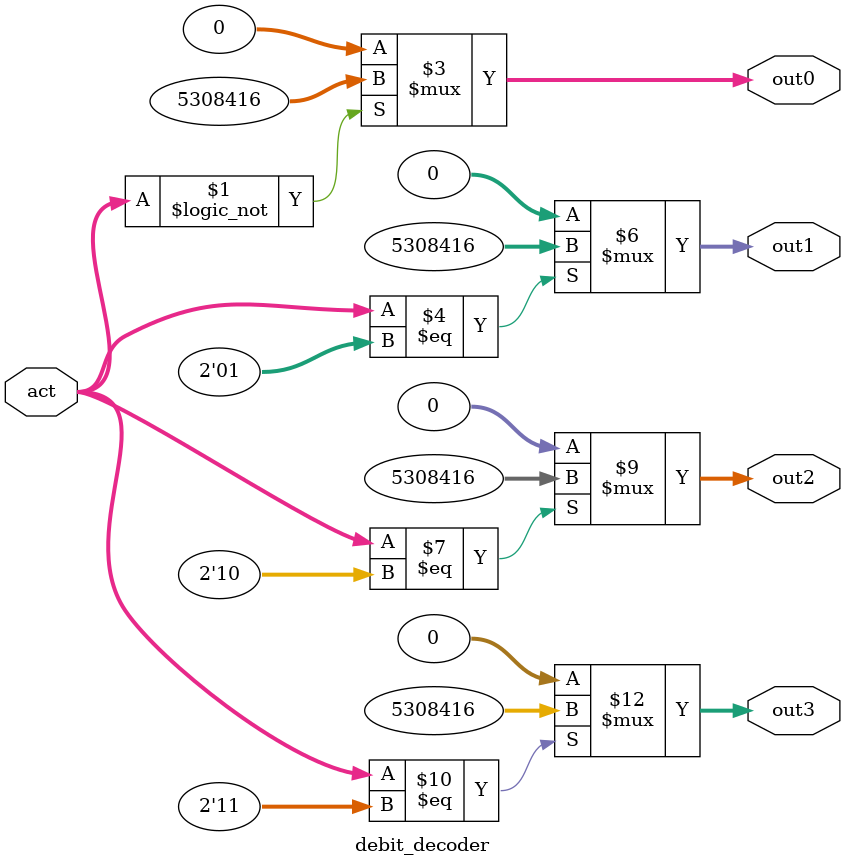
<source format=v>
`timescale 1ns / 1ps

module enabler_1bit(
    input wire en,
    input wire in0,
    output wire out0
    );
    assign out0 = (en)? in0 : 1'b0;
endmodule

module enabler_2bit(
    input wire en,
    input wire [1:0] in0,
    output wire [1:0] out0
    );
    assign out0 = (en)? in0 : 2'b00;
endmodule

module enabler4_32bit(
    input wire en,
    input wire [31:0] in0, in1, in2, in3,
    output wire [31:0] out0, out1, out2, out3
    );
    assign out0 = (en)? in0 : 32'h0000_0000;
    assign out1 = (en)? in1 : 32'h0000_0000;
    assign out2 = (en)? in2 : 32'h0000_0000;
    assign out3 = (en)? in3 : 32'h0000_0000;
endmodule

module enabler_32bit(
    input wire en,
    input wire [31:0] in0,
    output wire [31:0] out0
    );
    assign out0 = (en)? in0 : 32'h0000_0000;
endmodule

module wen_decoder(
    input wire  [1:0] act,
    output wire [3:0] en0, en1, en2, en3
    );
    assign en0 = (act==0)? 4'b1111 : 4'b0000;
    assign en1 = (act==1)? 4'b1111 : 4'b0000;
    assign en2 = (act==2)? 4'b1111 : 4'b0000;
    assign en3 = (act==3)? 4'b1111 : 4'b0000;
endmodule

module debit_decoder(
    input wire [1:0] act,
    output wire [31:0] out0, out1, out2, out3
    );
    
    localparam DEBIT_OUT = 32'h0051_0000;
    
    assign out0 = (act==0)? DEBIT_OUT : 1'h0000_0000;
    assign out1 = (act==1)? DEBIT_OUT : 1'h0000_0000;
    assign out2 = (act==2)? DEBIT_OUT : 1'h0000_0000;
    assign out3 = (act==3)? DEBIT_OUT : 1'h0000_0000;

endmodule


</source>
